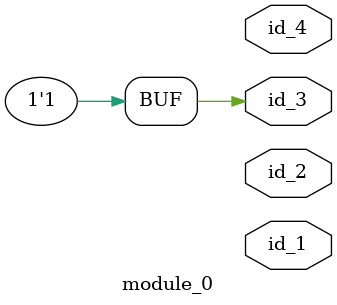
<source format=v>
`timescale 1 ps / 1ps
module module_0 (
    id_1,
    id_2,
    id_3,
    id_4
);
  output id_4;
  output id_3;
  output id_2;
  output id_1;
  assign id_3 = 1;
endmodule

</source>
